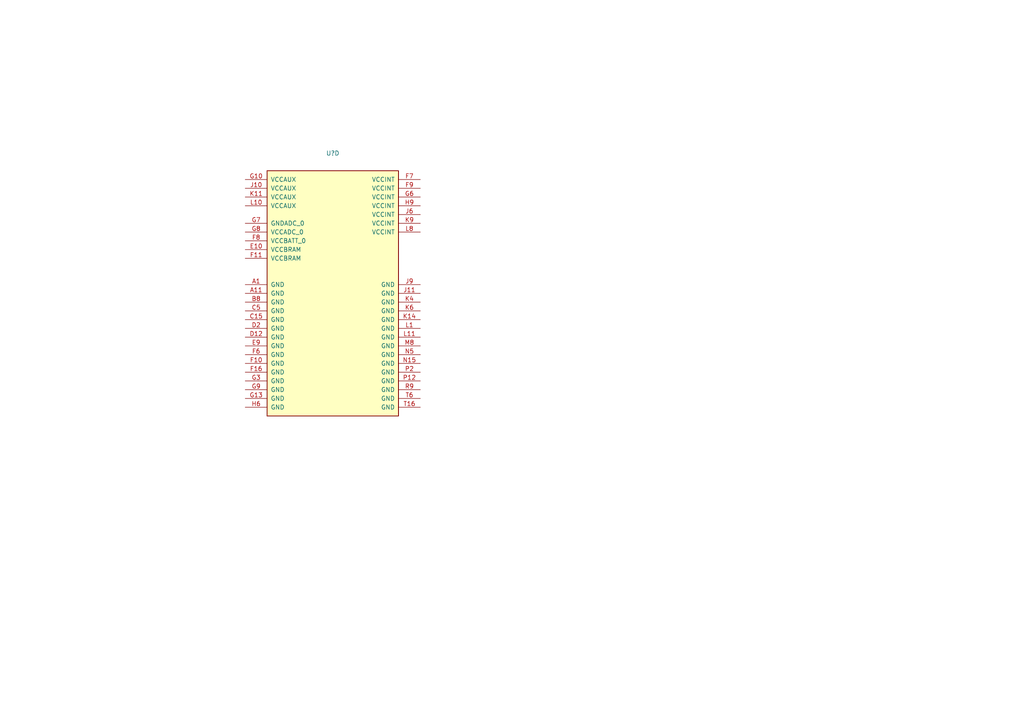
<source format=kicad_sch>
(kicad_sch (version 20211123) (generator eeschema)
  (paper "A4")
  (lib_symbols
    (symbol "FPGA_Xilinx_Artix7:XC7A100T-FTG256" (pin_names (offset 1.016))
      (property "Reference" "U" (at 0 1.27 0))
      (property "Value" "XC7A100T-FTG256" (at 0 -1.27 0))
      (symbol "XC7A100T-FTG256_1_1"
        (rectangle (start -44.45 67.31) (end 44.45 -73.66) (stroke (width 0.254)) (fill (type background)))
        (pin bidirectional line (at 50.8 38.1 180) (length 6.35) (name "IO_L3N_T0_DQS_AD1N_15") (number "A10"))
        (pin bidirectional line (at 50.8 27.94 180) (length 6.35) (name "IO_L5N_T0_AD9N_15") (number "A12"))
        (pin bidirectional line (at 50.8 20.32 180) (length 6.35) (name "IO_L7P_T1_AD2P_15") (number "A13"))
        (pin bidirectional line (at 50.8 17.78 180) (length 6.35) (name "IO_L7N_T1_AD2N_15") (number "A14"))
        (pin bidirectional line (at 50.8 7.62 180) (length 6.35) (name "IO_L9N_T1_DQS_AD3N_15") (number "A15"))
        (pin power_in line (at 27.94 73.66 270) (length 6.35) (name "VCCO_15") (number "A16"))
        (pin bidirectional line (at 50.8 45.72 180) (length 6.35) (name "IO_L2P_T0_AD8P_15") (number "A8"))
        (pin bidirectional line (at 50.8 43.18 180) (length 6.35) (name "IO_L2N_T0_AD8N_15") (number "A9"))
        (pin bidirectional line (at 50.8 35.56 180) (length 6.35) (name "IO_L4P_T0_15") (number "B10"))
        (pin bidirectional line (at 50.8 33.02 180) (length 6.35) (name "IO_L4N_T0_15") (number "B11"))
        (pin bidirectional line (at 50.8 30.48 180) (length 6.35) (name "IO_L5P_T0_AD9P_15") (number "B12"))
        (pin power_in line (at 30.48 73.66 270) (length 6.35) (name "VCCO_15") (number "B13"))
        (pin bidirectional line (at 50.8 12.7 180) (length 6.35) (name "IO_L8N_T1_AD10N_15") (number "B14"))
        (pin bidirectional line (at 50.8 10.16 180) (length 6.35) (name "IO_L9P_T1_DQS_AD3P_15") (number "B15"))
        (pin bidirectional line (at 50.8 2.54 180) (length 6.35) (name "IO_L10N_T1_AD11N_15") (number "B16"))
        (pin bidirectional line (at 50.8 40.64 180) (length 6.35) (name "IO_L3P_T0_DQS_AD1P_15") (number "B9"))
        (pin power_in line (at 33.02 73.66 270) (length 6.35) (name "VCCO_15") (number "C10"))
        (pin bidirectional line (at 50.8 0 180) (length 6.35) (name "IO_L11P_T1_SRCC_15") (number "C11"))
        (pin bidirectional line (at 50.8 -2.54 180) (length 6.35) (name "IO_L11N_T1_SRCC_15") (number "C12"))
        (pin bidirectional line (at 50.8 -7.62 180) (length 6.35) (name "IO_L12N_T1_MRCC_15") (number "C13"))
        (pin bidirectional line (at 50.8 15.24 180) (length 6.35) (name "IO_L8P_T1_AD10P_15") (number "C14"))
        (pin bidirectional line (at 50.8 5.08 180) (length 6.35) (name "IO_L10P_T1_AD11P_15") (number "C16"))
        (pin bidirectional line (at 50.8 50.8 180) (length 6.35) (name "IO_L1P_T0_AD0P_15") (number "C8"))
        (pin bidirectional line (at 50.8 48.26 180) (length 6.35) (name "IO_L1N_T0_AD0N_15") (number "C9"))
        (pin bidirectional line (at 50.8 53.34 180) (length 6.35) (name "IO_0_15") (number "D10"))
        (pin bidirectional line (at 50.8 -17.78 180) (length 6.35) (name "IO_L14N_T2_SRCC_15") (number "D11"))
        (pin bidirectional line (at 50.8 -5.08 180) (length 6.35) (name "IO_L12P_T1_MRCC_15") (number "D13"))
        (pin bidirectional line (at 50.8 -20.32 180) (length 6.35) (name "IO_L15P_T2_DQS_15") (number "D14"))
        (pin bidirectional line (at 50.8 -22.86 180) (length 6.35) (name "IO_L15N_T2_DQS_ADV_B_15") (number "D15"))
        (pin bidirectional line (at 50.8 -33.02 180) (length 6.35) (name "IO_L17N_T2_A25_15") (number "D16"))
        (pin bidirectional line (at 50.8 25.4 180) (length 6.35) (name "IO_L6P_T0_15") (number "D8"))
        (pin bidirectional line (at 50.8 22.86 180) (length 6.35) (name "IO_L6N_T0_VREF_15") (number "D9"))
        (pin bidirectional line (at 50.8 -15.24 180) (length 6.35) (name "IO_L14P_T2_SRCC_15") (number "E11"))
        (pin bidirectional line (at 50.8 -10.16 180) (length 6.35) (name "IO_L13P_T2_MRCC_15") (number "E12"))
        (pin bidirectional line (at 50.8 -12.7 180) (length 6.35) (name "IO_L13N_T2_MRCC_15") (number "E13"))
        (pin power_in line (at 35.56 73.66 270) (length 6.35) (name "VCCO_15") (number "E14"))
        (pin bidirectional line (at 50.8 -38.1 180) (length 6.35) (name "IO_L18N_T2_A23_15") (number "E15"))
        (pin bidirectional line (at 50.8 -30.48 180) (length 6.35) (name "IO_L17P_T2_A26_15") (number "E16"))
        (pin bidirectional line (at 50.8 -25.4 180) (length 6.35) (name "IO_L16P_T2_A28_15") (number "F12"))
        (pin bidirectional line (at 50.8 -27.94 180) (length 6.35) (name "IO_L16N_T2_A27_15") (number "F13"))
        (pin bidirectional line (at 50.8 -53.34 180) (length 6.35) (name "IO_L21N_T3_DQS_A18_15") (number "F14"))
        (pin bidirectional line (at 50.8 -35.56 180) (length 6.35) (name "IO_L18P_T2_A24_15") (number "F15"))
        (pin bidirectional line (at 50.8 -71.12 180) (length 6.35) (name "IO_25_15") (number "G11"))
        (pin bidirectional line (at 50.8 -43.18 180) (length 6.35) (name "IO_L19N_T3_A21_VREF_15") (number "G12"))
        (pin bidirectional line (at 50.8 -50.8 180) (length 6.35) (name "IO_L21P_T3_DQS_15") (number "G14"))
        (pin bidirectional line (at 50.8 -68.58 180) (length 6.35) (name "IO_L24N_T3_RS0_15") (number "G15"))
        (pin bidirectional line (at 50.8 -58.42 180) (length 6.35) (name "IO_L22N_T3_A16_15") (number "G16"))
        (pin bidirectional line (at 50.8 -40.64 180) (length 6.35) (name "IO_L19P_T3_A22_15") (number "H11"))
        (pin bidirectional line (at 50.8 -45.72 180) (length 6.35) (name "IO_L20P_T3_A20_15") (number "H12"))
        (pin bidirectional line (at 50.8 -48.26 180) (length 6.35) (name "IO_L20N_T3_A19_15") (number "H13"))
        (pin bidirectional line (at 50.8 -66.04 180) (length 6.35) (name "IO_L24P_T3_RS1_15") (number "H14"))
        (pin power_in line (at 38.1 73.66 270) (length 6.35) (name "VCCO_15") (number "H15"))
        (pin bidirectional line (at 50.8 -55.88 180) (length 6.35) (name "IO_L22P_T3_A17_15") (number "H16"))
        (pin power_in line (at 40.64 73.66 270) (length 6.35) (name "VCCO_15") (number "J12"))
        (pin bidirectional line (at -50.8 50.8 0) (length 6.35) (name "IO_L1P_T0_D00_MOSI_14") (number "J13"))
        (pin bidirectional line (at -50.8 48.26 0) (length 6.35) (name "IO_L1N_T0_D01_DIN_14") (number "J14"))
        (pin bidirectional line (at 50.8 -60.96 180) (length 6.35) (name "IO_L23P_T3_FOE_B_15") (number "J15"))
        (pin bidirectional line (at 50.8 -63.5 180) (length 6.35) (name "IO_L23N_T3_FWE_B_15") (number "J16"))
        (pin bidirectional line (at -50.8 53.34 0) (length 6.35) (name "IO_0_14") (number "K12"))
        (pin bidirectional line (at -50.8 30.48 0) (length 6.35) (name "IO_L5P_T0_D06_14") (number "K13"))
        (pin bidirectional line (at -50.8 45.72 0) (length 6.35) (name "IO_L2P_T0_D02_14") (number "K15"))
        (pin bidirectional line (at -50.8 43.18 0) (length 6.35) (name "IO_L2N_T0_D03_14") (number "K16"))
        (pin bidirectional line (at -50.8 25.4 0) (length 6.35) (name "IO_L6P_T0_FCS_B_14") (number "L12"))
        (pin bidirectional line (at -50.8 27.94 0) (length 6.35) (name "IO_L5N_T0_D07_14") (number "L13"))
        (pin bidirectional line (at -50.8 35.56 0) (length 6.35) (name "IO_L4P_T0_D04_14") (number "L14"))
        (pin bidirectional line (at -50.8 40.64 0) (length 6.35) (name "IO_L3P_T0_DQS_PUDC_B_14") (number "L15"))
        (pin power_in line (at -40.64 73.66 270) (length 6.35) (name "VCCO_14") (number "L16"))
        (pin bidirectional line (at -50.8 22.86 0) (length 6.35) (name "IO_L6N_T0_D08_VREF_14") (number "M12"))
        (pin power_in line (at -38.1 73.66 270) (length 6.35) (name "VCCO_14") (number "M13"))
        (pin bidirectional line (at -50.8 33.02 0) (length 6.35) (name "IO_L4N_T0_D05_14") (number "M14"))
        (pin bidirectional line (at -50.8 38.1 0) (length 6.35) (name "IO_L3N_T0_DQS_EMCCLK_14") (number "M15"))
        (pin bidirectional line (at -50.8 20.32 0) (length 6.35) (name "IO_L7P_T1_D09_14") (number "M16"))
        (pin bidirectional line (at -50.8 -40.64 0) (length 6.35) (name "IO_L19P_T3_A10_D26_14") (number "M6"))
        (pin power_in line (at -35.56 73.66 270) (length 6.35) (name "VCCO_14") (number "N10"))
        (pin bidirectional line (at -50.8 -10.16 0) (length 6.35) (name "IO_L13P_T2_MRCC_14") (number "N11"))
        (pin bidirectional line (at -50.8 -12.7 0) (length 6.35) (name "IO_L13N_T2_MRCC_14") (number "N12"))
        (pin bidirectional line (at -50.8 0 0) (length 6.35) (name "IO_L11P_T1_SRCC_14") (number "N13"))
        (pin bidirectional line (at -50.8 -5.08 0) (length 6.35) (name "IO_L12P_T1_MRCC_14") (number "N14"))
        (pin bidirectional line (at -50.8 17.78 0) (length 6.35) (name "IO_L7N_T1_D10_14") (number "N16"))
        (pin bidirectional line (at -50.8 -43.18 0) (length 6.35) (name "IO_L19N_T3_A09_D25_VREF_14") (number "N6"))
        (pin bidirectional line (at -50.8 -35.56 0) (length 6.35) (name "IO_L18P_T2_A12_D28_14") (number "N9"))
        (pin bidirectional line (at -50.8 -15.24 0) (length 6.35) (name "IO_L14P_T2_SRCC_14") (number "P10"))
        (pin bidirectional line (at -50.8 -17.78 0) (length 6.35) (name "IO_L14N_T2_SRCC_14") (number "P11"))
        (pin bidirectional line (at -50.8 -2.54 0) (length 6.35) (name "IO_L11N_T1_SRCC_14") (number "P13"))
        (pin bidirectional line (at -50.8 -7.62 0) (length 6.35) (name "IO_L12N_T1_MRCC_14") (number "P14"))
        (pin bidirectional line (at -50.8 15.24 0) (length 6.35) (name "IO_L8P_T1_D11_14") (number "P15"))
        (pin bidirectional line (at -50.8 12.7 0) (length 6.35) (name "IO_L8N_T1_D12_14") (number "P16"))
        (pin bidirectional line (at -50.8 -71.12 0) (length 6.35) (name "IO_25_14") (number "P6"))
        (pin power_in line (at -33.02 73.66 270) (length 6.35) (name "VCCO_14") (number "P7"))
        (pin bidirectional line (at -50.8 -45.72 0) (length 6.35) (name "IO_L20P_T3_A08_D24_14") (number "P8"))
        (pin bidirectional line (at -50.8 -38.1 0) (length 6.35) (name "IO_L18N_T2_A11_D27_14") (number "P9"))
        (pin bidirectional line (at -50.8 -30.48 0) (length 6.35) (name "IO_L17P_T2_A14_D30_14") (number "R10"))
        (pin bidirectional line (at -50.8 -33.02 0) (length 6.35) (name "IO_L17N_T2_A13_D29_14") (number "R11"))
        (pin bidirectional line (at -50.8 -20.32 0) (length 6.35) (name "IO_L15P_T2_DQS_RDWR_B_14") (number "R12"))
        (pin bidirectional line (at -50.8 -25.4 0) (length 6.35) (name "IO_L16P_T2_CSI_B_14") (number "R13"))
        (pin power_in line (at -30.48 73.66 270) (length 6.35) (name "VCCO_14") (number "R14"))
        (pin bidirectional line (at -50.8 10.16 0) (length 6.35) (name "IO_L9P_T1_DQS_14") (number "R15"))
        (pin bidirectional line (at -50.8 7.62 0) (length 6.35) (name "IO_L9N_T1_DQS_D13_14") (number "R16"))
        (pin bidirectional line (at -50.8 -60.96 0) (length 6.35) (name "IO_L23P_T3_A03_D19_14") (number "R5"))
        (pin bidirectional line (at -50.8 -66.04 0) (length 6.35) (name "IO_L24P_T3_A01_D17_14") (number "R6"))
        (pin bidirectional line (at -50.8 -68.58 0) (length 6.35) (name "IO_L24N_T3_A00_D16_14") (number "R7"))
        (pin bidirectional line (at -50.8 -48.26 0) (length 6.35) (name "IO_L20N_T3_A07_D23_14") (number "R8"))
        (pin bidirectional line (at -50.8 -58.42 0) (length 6.35) (name "IO_L22N_T3_A04_D20_14") (number "T10"))
        (pin power_in line (at -27.94 73.66 270) (length 6.35) (name "VCCO_14") (number "T11"))
        (pin bidirectional line (at -50.8 -22.86 0) (length 6.35) (name "IO_L15N_T2_DQS_DOUT_CSO_B_14") (number "T12"))
        (pin bidirectional line (at -50.8 -27.94 0) (length 6.35) (name "IO_L16N_T2_A15_D31_14") (number "T13"))
        (pin bidirectional line (at -50.8 5.08 0) (length 6.35) (name "IO_L10P_T1_D14_14") (number "T14"))
        (pin bidirectional line (at -50.8 2.54 0) (length 6.35) (name "IO_L10N_T1_D15_14") (number "T15"))
        (pin bidirectional line (at -50.8 -63.5 0) (length 6.35) (name "IO_L23N_T3_A02_D18_14") (number "T5"))
        (pin bidirectional line (at -50.8 -50.8 0) (length 6.35) (name "IO_L21P_T3_DQS_14") (number "T7"))
        (pin bidirectional line (at -50.8 -53.34 0) (length 6.35) (name "IO_L21N_T3_DQS_A06_D22_14") (number "T8"))
        (pin bidirectional line (at -50.8 -55.88 0) (length 6.35) (name "IO_L22P_T3_A05_D21_14") (number "T9"))
      )
      (symbol "XC7A100T-FTG256_2_1"
        (rectangle (start -44.45 67.31) (end 44.45 -73.66) (stroke (width 0.254)) (fill (type background)))
        (pin bidirectional line (at 50.8 12.7 180) (length 6.35) (name "IO_L8N_T1_AD14N_35") (number "A2"))
        (pin bidirectional line (at 50.8 33.02 180) (length 6.35) (name "IO_L4N_T0_35") (number "A3"))
        (pin bidirectional line (at 50.8 38.1 180) (length 6.35) (name "IO_L3N_T0_DQS_AD5N_35") (number "A4"))
        (pin bidirectional line (at 50.8 40.64 180) (length 6.35) (name "IO_L3P_T0_DQS_AD5P_35") (number "A5"))
        (pin power_in line (at 27.94 73.66 270) (length 6.35) (name "VCCO_35") (number "A6"))
        (pin bidirectional line (at 50.8 48.26 180) (length 6.35) (name "IO_L1N_T0_AD4N_35") (number "A7"))
        (pin bidirectional line (at 50.8 7.62 180) (length 6.35) (name "IO_L9N_T1_DQS_AD7N_35") (number "B1"))
        (pin bidirectional line (at 50.8 15.24 180) (length 6.35) (name "IO_L8P_T1_AD14P_35") (number "B2"))
        (pin power_in line (at 30.48 73.66 270) (length 6.35) (name "VCCO_35") (number "B3"))
        (pin bidirectional line (at 50.8 35.56 180) (length 6.35) (name "IO_L4P_T0_35") (number "B4"))
        (pin bidirectional line (at 50.8 43.18 180) (length 6.35) (name "IO_L2N_T0_AD12N_35") (number "B5"))
        (pin bidirectional line (at 50.8 45.72 180) (length 6.35) (name "IO_L2P_T0_AD12P_35") (number "B6"))
        (pin bidirectional line (at 50.8 50.8 180) (length 6.35) (name "IO_L1P_T0_AD4P_35") (number "B7"))
        (pin bidirectional line (at 50.8 10.16 180) (length 6.35) (name "IO_L9P_T1_DQS_AD7P_35") (number "C1"))
        (pin bidirectional line (at 50.8 17.78 180) (length 6.35) (name "IO_L7N_T1_AD6N_35") (number "C2"))
        (pin bidirectional line (at 50.8 20.32 180) (length 6.35) (name "IO_L7P_T1_AD6P_35") (number "C3"))
        (pin bidirectional line (at 50.8 -7.62 180) (length 6.35) (name "IO_L12N_T1_MRCC_35") (number "C4"))
        (pin bidirectional line (at 50.8 27.94 180) (length 6.35) (name "IO_L5N_T0_AD13N_35") (number "C6"))
        (pin bidirectional line (at 50.8 30.48 180) (length 6.35) (name "IO_L5P_T0_AD13P_35") (number "C7"))
        (pin bidirectional line (at 50.8 2.54 180) (length 6.35) (name "IO_L10N_T1_AD15N_35") (number "D1"))
        (pin bidirectional line (at 50.8 -2.54 180) (length 6.35) (name "IO_L11N_T1_SRCC_35") (number "D3"))
        (pin bidirectional line (at 50.8 -5.08 180) (length 6.35) (name "IO_L12P_T1_MRCC_35") (number "D4"))
        (pin bidirectional line (at 50.8 22.86 180) (length 6.35) (name "IO_L6N_T0_VREF_35") (number "D5"))
        (pin bidirectional line (at 50.8 25.4 180) (length 6.35) (name "IO_L6P_T0_35") (number "D6"))
        (pin power_in line (at 33.02 73.66 270) (length 6.35) (name "VCCO_35") (number "D7"))
        (pin bidirectional line (at 50.8 -22.86 180) (length 6.35) (name "IO_L15N_T2_DQS_35") (number "E1"))
        (pin bidirectional line (at 50.8 5.08 180) (length 6.35) (name "IO_L10P_T1_AD15P_35") (number "E2"))
        (pin bidirectional line (at 50.8 0 180) (length 6.35) (name "IO_L11P_T1_SRCC_35") (number "E3"))
        (pin power_in line (at 35.56 73.66 270) (length 6.35) (name "VCCO_35") (number "E4"))
        (pin bidirectional line (at 50.8 -12.7 180) (length 6.35) (name "IO_L13N_T2_MRCC_35") (number "E5"))
        (pin bidirectional line (at 50.8 53.34 180) (length 6.35) (name "IO_0_35") (number "E6"))
        (pin power_in line (at 38.1 73.66 270) (length 6.35) (name "VCCO_35") (number "F1"))
        (pin bidirectional line (at 50.8 -20.32 180) (length 6.35) (name "IO_L15P_T2_DQS_35") (number "F2"))
        (pin bidirectional line (at 50.8 -17.78 180) (length 6.35) (name "IO_L14N_T2_SRCC_35") (number "F3"))
        (pin bidirectional line (at 50.8 -15.24 180) (length 6.35) (name "IO_L14P_T2_SRCC_35") (number "F4"))
        (pin bidirectional line (at 50.8 -10.16 180) (length 6.35) (name "IO_L13P_T2_MRCC_35") (number "F5"))
        (pin bidirectional line (at 50.8 -33.02 180) (length 6.35) (name "IO_L17N_T2_35") (number "G1"))
        (pin bidirectional line (at 50.8 -30.48 180) (length 6.35) (name "IO_L17P_T2_35") (number "G2"))
        (pin bidirectional line (at 50.8 -27.94 180) (length 6.35) (name "IO_L16N_T2_35") (number "G4"))
        (pin bidirectional line (at 50.8 -25.4 180) (length 6.35) (name "IO_L16P_T2_35") (number "G5"))
        (pin bidirectional line (at 50.8 -48.26 180) (length 6.35) (name "IO_L20N_T3_35") (number "H1"))
        (pin bidirectional line (at 50.8 -45.72 180) (length 6.35) (name "IO_L20P_T3_35") (number "H2"))
        (pin bidirectional line (at 50.8 -53.34 180) (length 6.35) (name "IO_L21N_T3_DQS_35") (number "H3"))
        (pin bidirectional line (at 50.8 -38.1 180) (length 6.35) (name "IO_L18N_T2_35") (number "H4"))
        (pin bidirectional line (at 50.8 -35.56 180) (length 6.35) (name "IO_L18P_T2_35") (number "H5"))
        (pin bidirectional line (at 50.8 -58.42 180) (length 6.35) (name "IO_L22N_T3_35") (number "J1"))
        (pin power_in line (at 40.64 73.66 270) (length 6.35) (name "VCCO_35") (number "J2"))
        (pin bidirectional line (at 50.8 -50.8 180) (length 6.35) (name "IO_L21P_T3_DQS_35") (number "J3"))
        (pin bidirectional line (at 50.8 -43.18 180) (length 6.35) (name "IO_L19N_T3_VREF_35") (number "J4"))
        (pin bidirectional line (at 50.8 -40.64 180) (length 6.35) (name "IO_L19P_T3_35") (number "J5"))
        (pin bidirectional line (at 50.8 -55.88 180) (length 6.35) (name "IO_L22P_T3_35") (number "K1"))
        (pin bidirectional line (at 50.8 -68.58 180) (length 6.35) (name "IO_L24N_T3_35") (number "K2"))
        (pin bidirectional line (at 50.8 -66.04 180) (length 6.35) (name "IO_L24P_T3_35") (number "K3"))
        (pin bidirectional line (at 50.8 -71.12 180) (length 6.35) (name "IO_25_35") (number "K5"))
        (pin bidirectional line (at 50.8 -63.5 180) (length 6.35) (name "IO_L23N_T3_35") (number "L2"))
        (pin bidirectional line (at 50.8 -60.96 180) (length 6.35) (name "IO_L23P_T3_35") (number "L3"))
        (pin bidirectional line (at -50.8 50.8 0) (length 6.35) (name "IO_L1P_T0_34") (number "L4"))
        (pin bidirectional line (at -50.8 53.34 0) (length 6.35) (name "IO_0_34") (number "L5"))
        (pin bidirectional line (at -50.8 43.18 0) (length 6.35) (name "IO_L2N_T0_34") (number "M1"))
        (pin bidirectional line (at -50.8 45.72 0) (length 6.35) (name "IO_L2P_T0_34") (number "M2"))
        (pin power_in line (at -40.64 73.66 270) (length 6.35) (name "VCCO_34") (number "M3"))
        (pin bidirectional line (at -50.8 48.26 0) (length 6.35) (name "IO_L1N_T0_34") (number "M4"))
        (pin bidirectional line (at -50.8 25.4 0) (length 6.35) (name "IO_L6P_T0_34") (number "M5"))
        (pin bidirectional line (at -50.8 35.56 0) (length 6.35) (name "IO_L4P_T0_34") (number "N1"))
        (pin bidirectional line (at -50.8 38.1 0) (length 6.35) (name "IO_L3N_T0_DQS_34") (number "N2"))
        (pin bidirectional line (at -50.8 40.64 0) (length 6.35) (name "IO_L3P_T0_DQS_34") (number "N3"))
        (pin bidirectional line (at -50.8 22.86 0) (length 6.35) (name "IO_L6N_T0_VREF_34") (number "N4"))
        (pin bidirectional line (at -50.8 33.02 0) (length 6.35) (name "IO_L4N_T0_34") (number "P1"))
        (pin bidirectional line (at -50.8 27.94 0) (length 6.35) (name "IO_L5N_T0_34") (number "P3"))
        (pin bidirectional line (at -50.8 30.48 0) (length 6.35) (name "IO_L5P_T0_34") (number "P4"))
        (pin bidirectional line (at -50.8 5.08 0) (length 6.35) (name "IO_L10P_T1_34") (number "P5"))
        (pin bidirectional line (at -50.8 17.78 0) (length 6.35) (name "IO_L7N_T1_34") (number "R1"))
        (pin bidirectional line (at -50.8 20.32 0) (length 6.35) (name "IO_L7P_T1_34") (number "R2"))
        (pin bidirectional line (at -50.8 15.24 0) (length 6.35) (name "IO_L8P_T1_34") (number "R3"))
        (pin power_in line (at -38.1 73.66 270) (length 6.35) (name "VCCO_34") (number "R4"))
        (pin power_in line (at -35.56 73.66 270) (length 6.35) (name "VCCO_34") (number "T1"))
        (pin bidirectional line (at -50.8 12.7 0) (length 6.35) (name "IO_L8N_T1_34") (number "T2"))
        (pin bidirectional line (at -50.8 7.62 0) (length 6.35) (name "IO_L9N_T1_DQS_34") (number "T3"))
        (pin bidirectional line (at -50.8 10.16 0) (length 6.35) (name "IO_L9P_T1_DQS_34") (number "T4"))
      )
      (symbol "XC7A100T-FTG256_3_1"
        (rectangle (start -31.75 34.29) (end 31.75 -40.64) (stroke (width 0.254)) (fill (type background)))
        (pin bidirectional line (at 38.1 -15.24 180) (length 6.35) (name "CFGBVS_0") (number "E7"))
        (pin bidirectional line (at 38.1 7.62 180) (length 6.35) (name "CCLK_0") (number "E8"))
        (pin bidirectional line (at 38.1 -5.08 180) (length 6.35) (name "DONE_0") (number "H10"))
        (pin bidirectional line (at 38.1 -30.48 180) (length 6.35) (name "VREFN_0") (number "H7"))
        (pin bidirectional line (at 38.1 -20.32 180) (length 6.35) (name "VP_0") (number "H8"))
        (pin bidirectional line (at 38.1 -22.86 180) (length 6.35) (name "VN_0") (number "J7"))
        (pin bidirectional line (at 38.1 -27.94 180) (length 6.35) (name "VREFP_0") (number "J8"))
        (pin bidirectional line (at 38.1 -7.62 180) (length 6.35) (name "INIT_B_0") (number "K10"))
        (pin bidirectional line (at 38.1 -38.1 180) (length 6.35) (name "DXN_0") (number "K7"))
        (pin bidirectional line (at 38.1 -35.56 180) (length 6.35) (name "DXP_0") (number "K8"))
        (pin power_in line (at 27.94 40.64 270) (length 6.35) (name "VCCO_0") (number "L6"))
        (pin bidirectional line (at 38.1 12.7 180) (length 6.35) (name "TCK_0") (number "L7"))
        (pin bidirectional line (at 38.1 -10.16 180) (length 6.35) (name "PROGRAM_B_0") (number "L9"))
        (pin bidirectional line (at 38.1 2.54 180) (length 6.35) (name "M1_0") (number "M10"))
        (pin bidirectional line (at 38.1 0 180) (length 6.35) (name "M2_0") (number "M11"))
        (pin bidirectional line (at 38.1 15.24 180) (length 6.35) (name "TMS_0") (number "M7"))
        (pin bidirectional line (at 38.1 5.08 180) (length 6.35) (name "M0_0") (number "M9"))
        (pin bidirectional line (at 38.1 20.32 180) (length 6.35) (name "TDI_0") (number "N7"))
        (pin bidirectional line (at 38.1 17.78 180) (length 6.35) (name "TDO_0") (number "N8"))
      )
      (symbol "XC7A100T-FTG256_4_1"
        (rectangle (start -19.05 35.56) (end 19.05 -35.56) (stroke (width 0.254)) (fill (type background)))
        (pin power_in line (at -25.4 2.54 0) (length 6.35) (name "GND") (number "A1"))
        (pin power_in line (at -25.4 0 0) (length 6.35) (name "GND") (number "A11"))
        (pin power_in line (at -25.4 -2.54 0) (length 6.35) (name "GND") (number "B8"))
        (pin power_in line (at -25.4 -7.62 0) (length 6.35) (name "GND") (number "C15"))
        (pin power_in line (at -25.4 -5.08 0) (length 6.35) (name "GND") (number "C5"))
        (pin power_in line (at -25.4 -12.7 0) (length 6.35) (name "GND") (number "D12"))
        (pin power_in line (at -25.4 -10.16 0) (length 6.35) (name "GND") (number "D2"))
        (pin power_in line (at -25.4 12.7 0) (length 6.35) (name "VCCBRAM") (number "E10"))
        (pin power_in line (at -25.4 -15.24 0) (length 6.35) (name "GND") (number "E9"))
        (pin power_in line (at -25.4 -20.32 0) (length 6.35) (name "GND") (number "F10"))
        (pin power_in line (at -25.4 10.16 0) (length 6.35) (name "VCCBRAM") (number "F11"))
        (pin power_in line (at -25.4 -22.86 0) (length 6.35) (name "GND") (number "F16"))
        (pin power_in line (at -25.4 -17.78 0) (length 6.35) (name "GND") (number "F6"))
        (pin power_in line (at 25.4 33.02 180) (length 6.35) (name "VCCINT") (number "F7"))
        (pin power_in line (at -25.4 15.24 0) (length 6.35) (name "VCCBATT_0") (number "F8"))
        (pin power_in line (at 25.4 30.48 180) (length 6.35) (name "VCCINT") (number "F9"))
        (pin power_in line (at -25.4 33.02 0) (length 6.35) (name "VCCAUX") (number "G10"))
        (pin power_in line (at -25.4 -30.48 0) (length 6.35) (name "GND") (number "G13"))
        (pin power_in line (at -25.4 -25.4 0) (length 6.35) (name "GND") (number "G3"))
        (pin power_in line (at 25.4 27.94 180) (length 6.35) (name "VCCINT") (number "G6"))
        (pin power_in line (at -25.4 20.32 0) (length 6.35) (name "GNDADC_0") (number "G7"))
        (pin power_in line (at -25.4 17.78 0) (length 6.35) (name "VCCADC_0") (number "G8"))
        (pin power_in line (at -25.4 -27.94 0) (length 6.35) (name "GND") (number "G9"))
        (pin power_in line (at -25.4 -33.02 0) (length 6.35) (name "GND") (number "H6"))
        (pin power_in line (at 25.4 25.4 180) (length 6.35) (name "VCCINT") (number "H9"))
        (pin power_in line (at -25.4 30.48 0) (length 6.35) (name "VCCAUX") (number "J10"))
        (pin power_in line (at 25.4 0 180) (length 6.35) (name "GND") (number "J11"))
        (pin power_in line (at 25.4 22.86 180) (length 6.35) (name "VCCINT") (number "J6"))
        (pin power_in line (at 25.4 2.54 180) (length 6.35) (name "GND") (number "J9"))
        (pin power_in line (at -25.4 27.94 0) (length 6.35) (name "VCCAUX") (number "K11"))
        (pin power_in line (at 25.4 -7.62 180) (length 6.35) (name "GND") (number "K14"))
        (pin power_in line (at 25.4 -2.54 180) (length 6.35) (name "GND") (number "K4"))
        (pin power_in line (at 25.4 -5.08 180) (length 6.35) (name "GND") (number "K6"))
        (pin power_in line (at 25.4 20.32 180) (length 6.35) (name "VCCINT") (number "K9"))
        (pin power_in line (at 25.4 -10.16 180) (length 6.35) (name "GND") (number "L1"))
        (pin power_in line (at -25.4 25.4 0) (length 6.35) (name "VCCAUX") (number "L10"))
        (pin power_in line (at 25.4 -12.7 180) (length 6.35) (name "GND") (number "L11"))
        (pin power_in line (at 25.4 17.78 180) (length 6.35) (name "VCCINT") (number "L8"))
        (pin power_in line (at 25.4 -15.24 180) (length 6.35) (name "GND") (number "M8"))
        (pin power_in line (at 25.4 -20.32 180) (length 6.35) (name "GND") (number "N15"))
        (pin power_in line (at 25.4 -17.78 180) (length 6.35) (name "GND") (number "N5"))
        (pin power_in line (at 25.4 -25.4 180) (length 6.35) (name "GND") (number "P12"))
        (pin power_in line (at 25.4 -22.86 180) (length 6.35) (name "GND") (number "P2"))
        (pin power_in line (at 25.4 -27.94 180) (length 6.35) (name "GND") (number "R9"))
        (pin power_in line (at 25.4 -33.02 180) (length 6.35) (name "GND") (number "T16"))
        (pin power_in line (at 25.4 -30.48 180) (length 6.35) (name "GND") (number "T6"))
      )
    )
  )
  (symbol (lib_id "FPGA_Xilinx_Artix7:XC7A100T-FTG256") (at 96.52 85.09 0) (unit 4)
    (property "Reference" "U?" (at 96.52 44.45 0))
  )
)
</source>
